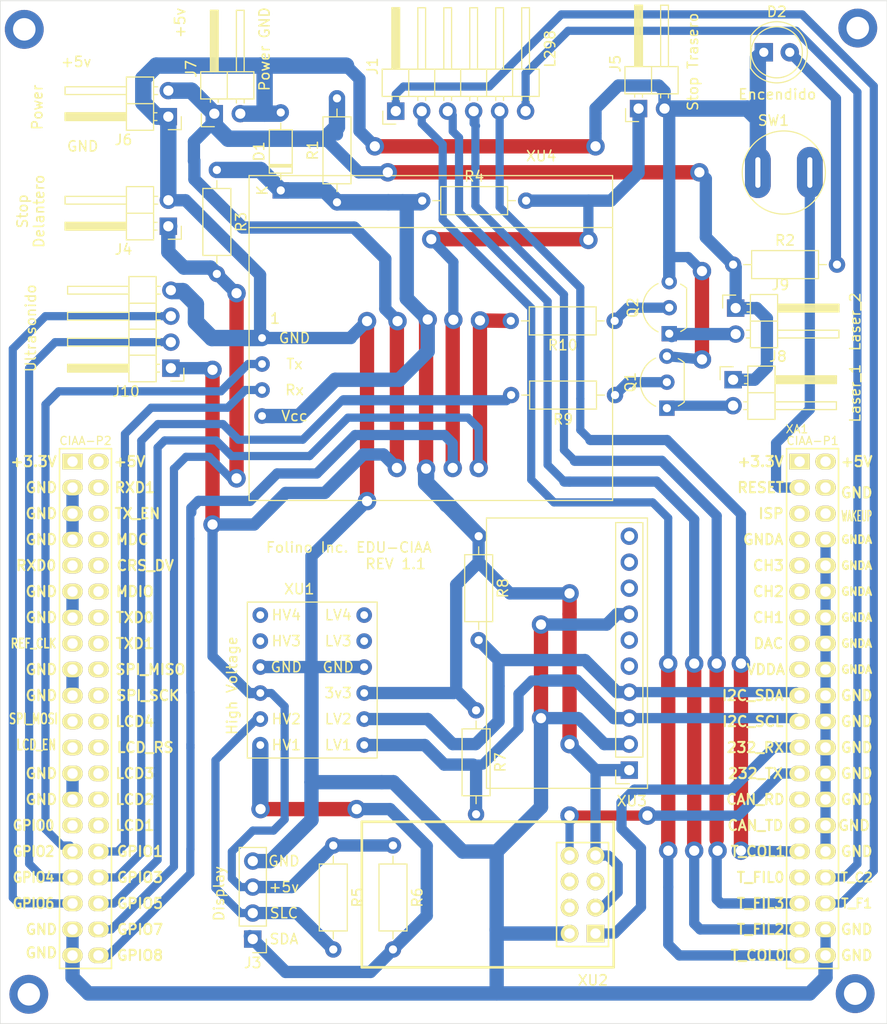
<source format=kicad_pcb>
(kicad_pcb (version 20211014) (generator pcbnew)
  (title_block (title "Robot_RL") (date "2021-05-17") (rev "1.1") (company "UTN-FRBA") (comment 1 "Autor: Ing. Pablo D. Folino"))
  (layers (0 "F.Cu" signal) (31 "B.Cu" signal) (34 "B.Paste" user) (35 "F.Paste" user) (36 "B.SilkS" user "B.Silkscreen") (37 "F.SilkS" user "F.Silkscreen") (38 "B.Mask" user) (39 "F.Mask" user) (44 "Edge.Cuts" user))
  (net 0 "")
  (net 1 "GND")
  (net 2 "+3V3")
  (net 3 "Net-(D2-Pad2)")
  (net 4 "/L298_ENB")
  (net 5 "/L298_IN4")
  (net 6 "/L298_IN3")
  (net 7 "/L298_IN2")
  (net 8 "/L298_IN1")
  (net 9 "/L298_ENA")
  (net 10 "/SDA")
  (net 11 "/SCL")
  (net 12 "+5V")
  (net 13 "Net-(J3-Pad2)")
  (net 14 "Net-(J3-Pad1)")
  (net 15 "/FIN_1")
  (net 16 "/FIN_2")
  (net 17 "Net-(J8-Pad2)")
  (net 18 "Net-(J9-Pad2)")
  (net 19 "/GPS_RXD")
  (net 20 "/GPS_TXD")
  (net 21 "/ECHO")
  (net 22 "/TRIG")
  (net 23 "Net-(Q1-Pad2)")
  (net 24 "Net-(Q2-Pad2)")
  (net 25 "/LASER_1")
  (net 26 "/LASER_2")
  (net 27 "/ESP_RXD")
  (net 31 "/ESP_TXD")
  (net 56 "Net-(SW1-Pad2)")
  (net 76 "Net-(XA1-Pad10)")
  (net 78 "Net-(XA1-Pad43)")
  (net 79 "Net-(XA1-Pad65)")
  (net 80 "Net-(XA1-Pad57)")
  (net 81 "Net-(XA1-Pad51)")
  (footprint "Diode_THT:D_DO-35_SOD27_P7.62mm_Horizontal" (layer "F.Cu") (at 98.75 64 90)
    (fp_text reference "D1")
    (fp_text value "3v3")
  )
  (footprint "LED_THT:LED_D5.0mm" (layer "F.Cu") (at 146 50.5)
    (fp_text reference "D2")
    (fp_text value "Power")
  )
  (footprint "Connector_PinHeader_2.54mm:PinHeader_1x06_P2.54mm_Horizontal" (layer "F.Cu") (at 110 56.25 90)
    (fp_text reference "J1")
    (fp_text value "Driver L298" hide)
  )
  (footprint "CIAA:mpu_9250" (layer "F.Cu") (at 133.096 120.904 180)
    (fp_text reference "XU3")
    (fp_text value "MCU 9250")
  )
  (footprint "Connector_PinHeader_2.54mm:PinHeader_1x04_P2.54mm_Vertical" (layer "F.Cu") (at 96.012 137.16 180)
    (fp_text reference "J3")
    (fp_text value "Conn_01x04")
  )
  (footprint "Connector_PinHeader_2.54mm:PinHeader_1x02_P2.54mm_Horizontal" (layer "F.Cu") (at 87.75 67.5 180)
    (fp_text reference "J4")
    (fp_text value "Stop")
  )
  (footprint "Connector_PinHeader_2.54mm:PinHeader_1x02_P2.54mm_Horizontal" (layer "F.Cu") (at 133.75 56 90)
    (fp_text reference "J5")
    (fp_text value "Stop" hide)
  )
  (footprint "Connector_PinHeader_2.54mm:PinHeader_1x02_P2.54mm_Horizontal" (layer "F.Cu") (at 87.75 56.79 180)
    (fp_text reference "J6")
    (fp_text value "Power" hide)
  )
  (footprint "Connector_PinHeader_2.54mm:PinHeader_1x02_P2.54mm_Horizontal" (layer "F.Cu") (at 92.25 56.5 90)
    (fp_text reference "J7")
    (fp_text value "Power")
  )
  (footprint "Connector_PinHeader_2.54mm:PinHeader_1x02_P2.54mm_Horizontal" (layer "F.Cu") (at 143 82.5)
    (fp_text reference "J8")
    (fp_text value "Laser1")
  )
  (footprint "Connector_PinHeader_2.54mm:PinHeader_1x02_P2.54mm_Horizontal" (layer "F.Cu") (at 143.25 75.5)
    (fp_text reference "J9")
    (fp_text value "Lase2")
  )
  (footprint "RF_GPS:GPS_NEO_6" (layer "F.Cu") (at 133.75 75.25)
    (fp_text reference "XU4")
    (fp_text value "GPS NEO6" hide)
  )
  (footprint "Connector_PinHeader_2.54mm:PinHeader_1x04_P2.54mm_Horizontal" (layer "F.Cu") (at 88 81.37 180)
    (fp_text reference "J10")
    (fp_text value "Hc-SR04")
  )
  (footprint "Package_TO_SOT_THT:TO-92L_Inline_Wide" (layer "F.Cu") (at 136.52 85.28 90)
    (fp_text reference "Q1")
    (fp_text value "BC548")
  )
  (footprint "Package_TO_SOT_THT:TO-92L_Inline_Wide" (layer "F.Cu") (at 136.75 78 90)
    (fp_text reference "Q2")
    (fp_text value "BC548")
  )
  (footprint "Resistor_THT:R_Axial_DIN0207_L6.3mm_D2.5mm_P10.16mm_Horizontal" (layer "F.Cu") (at 104.25 65.16 90)
    (fp_text reference "R1")
    (fp_text value "8.2  1/2w")
  )
  (footprint "Resistor_THT:R_Axial_DIN0207_L6.3mm_D2.5mm_P10.16mm_Horizontal" (layer "F.Cu") (at 143 71.25)
    (fp_text reference "R2")
    (fp_text value "680")
  )
  (footprint "Resistor_THT:R_Axial_DIN0207_L6.3mm_D2.5mm_P10.16mm_Horizontal" (layer "F.Cu") (at 92.5 62 -90)
    (fp_text reference "R3")
    (fp_text value "10K")
  )
  (footprint "Resistor_THT:R_Axial_DIN0207_L6.3mm_D2.5mm_P10.16mm_Horizontal" (layer "F.Cu") (at 112.59 65)
    (fp_text reference "R4")
    (fp_text value "10K")
  )
  (footprint "Resistor_THT:R_Axial_DIN0207_L6.3mm_D2.5mm_P10.16mm_Horizontal" (layer "F.Cu") (at 103.886 128.016 -90)
    (fp_text reference "R5")
    (fp_text value "10K")
  )
  (footprint "Resistor_THT:R_Axial_DIN0207_L6.3mm_D2.5mm_P10.16mm_Horizontal" (layer "F.Cu") (at 109.728 128.016 -90)
    (fp_text reference "R6")
    (fp_text value "10K")
  )
  (footprint "Resistor_THT:R_Axial_DIN0207_L6.3mm_D2.5mm_P10.16mm_Horizontal" (layer "F.Cu") (at 117.856 114.808 -90)
    (fp_text reference "R7")
    (fp_text value "10K")
  )
  (footprint "Resistor_THT:R_Axial_DIN0207_L6.3mm_D2.5mm_P10.16mm_Horizontal" (layer "F.Cu") (at 118.11 97.79 -90)
    (fp_text reference "R8")
    (fp_text value "10K")
  )
  (footprint "Resistor_THT:R_Axial_DIN0207_L6.3mm_D2.5mm_P10.16mm_Horizontal" (layer "F.Cu") (at 131.445 84 180)
    (fp_text reference "R9")
    (fp_text value "10K")
  )
  (footprint "Resistor_THT:R_Axial_DIN0207_L6.3mm_D2.5mm_P10.16mm_Horizontal" (layer "F.Cu") (at 131.41 76.75 180)
    (fp_text reference "R10")
    (fp_text value "10K")
  )
  (footprint "ESP8266:ESP-01" (layer "F.Cu") (at 129.54 136.62 180)
    (fp_text reference "XU2")
    (fp_text value "ESP-01v090")
  )
  (footprint "CIAA:Conn_Poncho_SinBorde" (layer "F.Cu") (at 149.5 90.5)
    (fp_text reference "XA1")
    (fp_text value "Conn_Poncho2P_2x_20x2" hide)
  )
  (footprint "Converter_DCDC:Converter_DCDC_5v-3v3" (layer "F.Cu") (at 108.18 100.42)
    (fp_text reference "XU1")
    (fp_text value "DcDc_5v_3.3v")
  )
  (footprint "Button_Switch_THT:SW_Pulsador" (layer "F.Cu") (at 147.96 58.186)
    (fp_text reference "SW1")
    (fp_text value "Reset")
  )
  (footprint "MountingHole:MountingHole_2.2mm_M2_DIN965_Pad" (layer "F.Cu") (at 155.194 48.133)
    (fp_text reference "H1" hide)
    (fp_text value "3.2 mm" hide)
  )
  (footprint "MountingHole:MountingHole_2.2mm_M2_DIN965_Pad" (layer "F.Cu") (at 73.66 48.26)
    (fp_text reference "H2" hide)
    (fp_text value "3.2 mm" hide)
  )
  (footprint "MountingHole:MountingHole_2.2mm_M2_DIN965_Pad" (layer "F.Cu") (at 74.1045 142.5575)
    (fp_text reference "H4" hide)
    (fp_text value "3.2 mm" hide)
  )
  (footprint "MountingHole:MountingHole_2.2mm_M2_DIN965_Pad" (layer "F.Cu") (at 154.94 142.494)
    (fp_text reference "H3" hide)
    (fp_text value "3.2 mm" hide)
  )
  (gr_line (start 71.3105 145.415) (end 71.3105 45.466) (layer "Edge.Cuts") (width 0.05))
  (gr_line (start 158.0515 145.415) (end 71.3105 145.415) (layer "Edge.Cuts") (width 0.05))
  (gr_line (start 158.0515 45.466) (end 158.0515 145.415) (layer "Edge.Cuts") (width 0.05))
  (gr_line (start 71.3105 45.466) (end 158.0515 45.466) (layer "Edge.Cuts") (width 0.05))
  (gr_text "Laser_1" (at 154.94 83.82 90) (layer "F.SilkS") (effects (font (size 1 1))))
  (gr_text "Folino Inc. EDU-CIAA\n            REV 1.1" (at 105.41 99.695) (layer "F.SilkS") (effects (font (size 1 1))))
  (gr_text "+5v" (at 88.9 47.625 90) (layer "F.SilkS") (effects (font (size 1 1))))
  (gr_text "Display" (at 92.71 132.715 90) (layer "F.SilkS") (effects (font (size 1 1))))
  (gr_text "+5v" (at 99.06 132.08) (layer "F.SilkS") (effects (font (size 1 1))))
  (gr_text "Stop Trasero\n" (at 139.065 51.435 90) (layer "F.SilkS") (effects (font (size 1 1))))
  (gr_text "Ultrasonido" (at 74.295 77.47 90) (layer "F.SilkS") (effects (font (size 1 1))))
  (gr_text "High Voltage" (at 93.98 112.395 90) (layer "F.SilkS") (effects (font (size 1 1))))
  (gr_text "GND" (at 99.06 129.54) (layer "F.SilkS") (effects (font (size 1 1))))
  (gr_text "Power" (at 74.93 55.88 90) (layer "F.SilkS") (effects (font (size 1 1))))
  (gr_text "Stop\nDelantero\n" (at 74.295 66.04 90) (layer "F.SilkS") (effects (font (size 1 1))))
  (gr_text "Laser_2" (at 154.94 76.835 90) (layer "F.SilkS") (effects (font (size 1 1))))
  (gr_text "Encendido" (at 147.32 54.61) (layer "F.SilkS") (effects (font (size 1 1))))
  (gr_text "SDA" (at 99.06 137.16) (layer "F.SilkS") (effects (font (size 1 1))))
  (gr_text "+5v" (at 78.74 51.435) (layer "F.SilkS") (effects (font (size 1 1))))
  (gr_text "SLC" (at 99.06 134.62) (layer "F.SilkS") (effects (font (size 1 1))))
  (gr_text "GND" (at 97.155 47.625 90) (layer "F.SilkS") (effects (font (size 1 1))))
  (gr_text "Power" (at 97.155 52.07 90) (layer "F.SilkS") (effects (font (size 1 1))))
  (gr_text "L298" (at 125.095 50.165 90) (layer "F.SilkS") (effects (font (size 1 1))))
  (gr_text "GND" (at 79.375 59.69) (layer "F.SilkS") (effects (font (size 1 1))))
  (segment (start 129.54 59.69) (end 107.95 59.69) (width 1.4) (layer "F.Cu") (net 1))
  (segment (start 124.206 106.426) (end 124.206 115.57) (width 1.4) (layer "F.Cu") (net 1))
  (segment (start 107.188 76.7715) (end 107.188 94.361) (width 1.4) (layer "F.Cu") (net 1))
  (segment (start 139.954 80.518) (end 139.954 71.882) (width 1.4) (layer "F.Cu") (net 1))
  (via (at 124.206 106.426) (size 1.8) (drill 1) (layers "F.Cu" "B.Cu") (net 1))
  (via (at 107.188 76.7715) (size 1.8) (drill 1) (layers "F.Cu" "B.Cu") (net 1))
  (via (at 107.188 94.361) (size 1.8) (drill 1) (layers "F.Cu" "B.Cu") (net 1))
  (via (at 139.954 71.882) (size 1.8) (drill 1) (layers "F.Cu" "B.Cu") (net 1))
  (via (at 124.206 115.57) (size 1.8) (drill 1) (layers "F.Cu" "B.Cu") (net 1))
  (via (at 107.95 59.69) (size 1.8) (drill 1) (layers "F.Cu" "B.Cu") (net 1))
  (via (at 129.54 59.69) (size 1.8) (drill 1) (layers "F.Cu" "B.Cu") (net 1))
  (via (at 139.954 80.518) (size 1.8) (drill 1) (layers "F.Cu" "B.Cu") (net 1))
  (segment (start 107.061 76.962) (end 107.061 76.962) (width 1.2) (layer "B.Cu") (net 1))
  (segment (start 107.188 94.361) (end 107.1245 94.361) (width 1.2) (layer "B.Cu") (net 1))
  (segment (start 129.54 58.42) (end 129.54 58.42) (width 1.2) (layer "B.Cu") (net 1))
  (segment (start 107.95 59.69) (end 107.95 59.69) (width 1.2) (layer "B.Cu") (net 1))
  (segment (start 124.206 106.426) (end 124.206 106.426) (width 1.2) (layer "B.Cu") (net 1))
  (segment (start 124.206 115.57) (end 124.206 115.57) (width 1.2) (layer "B.Cu") (net 1))
  (segment (start 139.954 71.882) (end 139.954 71.882) (width 1) (layer "B.Cu") (net 1))
  (segment (start 139.954 80.518) (end 139.636 80.2) (width 1) (layer "B.Cu") (net 1))
  (segment (start 86.573999 51.799999) (end 85.299999 53.073999) (width 1.6) (layer "B.Cu") (net 1))
  (segment (start 94.79 56.5) (end 97.17 56.5) (width 1.6) (layer "B.Cu") (net 1))
  (segment (start 105.598 78.425) (end 105.598 78.3615) (width 1.2) (layer "B.Cu") (net 1))
  (segment (start 131.779999 53.749999) (end 129.54 55.989998) (width 1.2) (layer "B.Cu") (net 1))
  (segment (start 97.17 56.5) (end 98.63 56.5) (width 1.6) (layer "B.Cu") (net 1))
  (segment (start 96.012 129.54) (end 97.743021 129.54) (width 1.4) (layer "B.Cu") (net 1))
  (segment (start 119.87001 136.25301) (end 119.87001 142.47601) (width 1.4) (layer "B.Cu") (net 1))
  (segment (start 101.7535 110.58) (end 101.7535 99.732) (width 1.2) (layer "B.Cu") (net 1))
  (segment (start 89.430002 64.96) (end 96.724501 72.254499) (width 1.2) (layer "B.Cu") (net 1))
  (segment (start 88.089999 73.839999) (end 88 73.75) (width 1.6) (layer "B.Cu") (net 1))
  (segment (start 145.42 57.028) (end 145.42 51.08) (width 1.6) (layer "B.Cu") (net 1))
  (segment (start 89.176001 73.839999) (end 88.089999 73.839999) (width 1.6) (layer "B.Cu") (net 1))
  (segment (start 101.7535 99.732) (end 107.188 94.361) (width 1.2) (layer "B.Cu") (net 1))
  (segment (start 87.75 56.79) (end 87.75 64.96) (width 1.6) (layer "B.Cu") (net 1))
  (segment (start 97.17 56.5) (end 97.17 52.179998) (width 1.6) (layer "B.Cu") (net 1))
  (segment (start 101.7535 121.83) (end 101.7535 110.58) (width 1.4) (layer "B.Cu") (net 1))
  (segment (start 150.48599 142.47601) (end 152.04 140.922) (width 1.4) (layer "B.Cu") (net 1))
  (segment (start 92.014 78.425) (end 90.450001 76.861001) (width 1.6) (layer "B.Cu") (net 1))
  (segment (start 101.7535 110.58) (end 106.91 110.58) (width 1.2) (layer "B.Cu") (net 1))
  (segment (start 105.598 78.3615) (end 107.188 76.7715) (width 1.2) (layer "B.Cu") (net 1))
  (segment (start 124.206 124.2695) (end 119.87001 128.60549) (width 1.4) (layer "B.Cu") (net 1))
  (segment (start 96.724501 72.254499) (end 96.724501 78.229501) (width 1.2) (layer "B.Cu") (net 1))
  (segment (start 78.38 138.76) (end 78.38 140.922) (width 1.4) (layer "B.Cu") (net 1))
  (segment (start 78.38 136.22) (end 78.38 138.76) (width 1.2) (layer "B.Cu") (net 1))
  (segment (start 127 136.62) (end 120.237 136.62) (width 1.4) (layer "B.Cu") (net 1))
  (segment (start 136.29 54.319998) (end 135.720001 53.749999) (width 1.2) (layer "B.Cu") (net 1))
  (segment (start 135.720001 53.749999) (end 131.779999 53.749999) (width 1.2) (layer "B.Cu") (net 1))
  (segment (start 136.75 72.92) (end 136.75 70.514) (width 1.2) (layer "B.Cu") (net 1))
  (segment (start 132.842 105.41) (end 131.639919 105.41) (width 1.2) (layer "B.Cu") (net 1))
  (segment (start 98.63 56.5) (end 98.75 56.38) (width 1.6) (layer "B.Cu") (net 1))
  (segment (start 96.724501 78.229501) (end 96.92 78.425) (width 1.2) (layer "B.Cu") (net 1))
  (segment (start 101.7535 125.529521) (end 101.7535 121.83) (width 1.4) (layer "B.Cu") (net 1))
  (segment (start 138.586 70.514) (end 139.954 71.882) (width 1) (layer "B.Cu") (net 1))
  (segment (start 152.04 140.922) (end 152.04 138.76) (width 1.4) (layer "B.Cu") (net 1))
  (segment (start 119.87001 128.60549) (end 119.87001 136.25301) (width 1.4) (layer "B.Cu") (net 1))
  (segment (start 96.92 78.425) (end 105.598 78.425) (width 1.2) (layer "B.Cu") (net 1))
  (segment (start 136.75 70.514) (end 138.586 70.514) (width 1) (layer "B.Cu") (net 1))
  (segment (start 97.17 52.179998) (end 96.790001 51.799999) (width 1.6) (layer "B.Cu") (net 1))
  (segment (start 105.139999 51.799999) (end 106.45001 53.11001) (width 1.2) (layer "B.Cu") (net 1))
  (segment (start 90.450001 75.113999) (end 89.176001 73.839999) (width 1.6) (layer "B.Cu") (net 1))
  (segment (start 105.83237 110.58) (end 106.91 110.58) (width 1.2) (layer "B.Cu") (net 1))
  (segment (start 106.45001 53.11001) (end 106.45001 58.19001) (width 1.2) (layer "B.Cu") (net 1))
  (segment (start 127.864002 115.57) (end 130.404002 118.11) (width 1.2) (layer "B.Cu") (net 1))
  (segment (start 136.75 70.514) (end 136.75 56.46) (width 1.2) (layer "B.Cu") (net 1))
  (segment (start 129.54 58.42) (end 129.54 59.69) (width 1.2) (layer "B.Cu") (net 1))
  (segment (start 116.543354 128.60549) (end 109.767864 121.83) (width 1.4) (layer "B.Cu") (net 1))
  (segment (start 85.299999 53.073999) (end 85.299999 55.426001) (width 1.6) (layer "B.Cu") (net 1))
  (segment (start 86.663998 56.79) (end 87.75 56.79) (width 1.6) (layer "B.Cu") (net 1))
  (segment (start 119.87001 128.60549) (end 116.543354 128.60549) (width 1.4) (layer "B.Cu") (net 1))
  (segment (start 119.87001 142.47601) (end 150.48599 142.47601) (width 1.4) (layer "B.Cu") (net 1))
  (segment (start 120.237 136.62) (end 119.87001 136.25301) (width 1.4) (layer "B.Cu") (net 1))
  (segment (start 136.29 56) (end 136.29 54.319998) (width 1.2) (layer "B.Cu") (net 1))
  (segment (start 144.392 56) (end 145.42 57.028) (width 1.6) (layer "B.Cu") (net 1))
  (segment (start 136.75 56.46) (end 136.29 56) (width 1.2) (layer "B.Cu") (net 1))
  (segment (start 87.75 64.96) (end 89.430002 64.96) (width 1.2) (layer "B.Cu") (net 1))
  (segment (start 90.450001 76.861001) (end 90.450001 75.113999) (width 1.6) (layer "B.Cu") (net 1))
  (segment (start 152.04 138.76) (end 152.04 136.22) (width 1) (layer "B.Cu") (net 1))
  (segment (start 109.767864 121.83) (end 108.622 121.83) (width 1.4) (layer "B.Cu") (net 1))
  (segment (start 106.45001 58.19001) (end 107.95 59.69) (width 1.2) (layer "B.Cu") (net 1))
  (segment (start 129.54 55.989998) (end 129.54 58.42) (width 1.2) (layer "B.Cu") (net 1))
  (segment (start 145.42 51.08) (end 146 50.5) (width 1.6) (layer "B.Cu") (net 1))
  (segment (start 97.0915 78.2535) (end 96.92 78.425) (width 1.4) (layer "B.Cu") (net 1))
  (segment (start 145.42 62.25) (end 145.42 57.028) (width 1.6) (layer "B.Cu") (net 1))
  (segment (start 130.623919 106.426) (end 124.206 106.426) (width 1.2) (layer "B.Cu") (net 1))
  (segment (start 136.29 56) (end 144.392 56) (width 1.6) (layer "B.Cu") (net 1))
  (segment (start 92.130001 51.799999) (end 96.790001 51.799999) (width 1.6) (layer "B.Cu") (net 1))
  (segment (start 124.206 115.57) (end 124.206 124.2695) (width 1.4) (layer "B.Cu") (net 1))
  (segment (start 136.52 80.2) (end 139.954 80.518) (width 1) (layer "B.Cu") (net 1))
  (segment (start 85.299999 55.426001) (end 86.663998 56.79) (width 1.6) (layer "B.Cu") (net 1))
  (segment (start 96.790001 51.799999) (end 105.139999 51.799999) (width 1.6) (layer "B.Cu") (net 1))
  (segment (start 92.130001 51.799999) (end 86.573999 51.799999) (width 1.6) (layer "B.Cu") (net 1))
  (segment (start 130.404002 118.11) (end 132.842 118.11) (width 1.2) (layer "B.Cu") (net 1))
  (segment (start 131.639919 105.41) (end 130.623919 106.426) (width 1.2) (layer "B.Cu") (net 1))
  (segment (start 101.7535 121.83) (end 108.622 121.83) (width 1.4) (layer "B.Cu") (net 1))
  (segment (start 96.92 78.425) (end 92.014 78.425) (width 1.6) (layer "B.Cu") (net 1))
  (segment (start 79.93401 142.47601) (end 119.87001 142.47601) (width 1.4) (layer "B.Cu") (net 1))
  (segment (start 96.75 110.58) (end 101.7535 110.58) (width 1.2) (layer "B.Cu") (net 1))
  (segment (start 97.743021 129.54) (end 101.7535 125.529521) (width 1.4) (layer "B.Cu") (net 1))
  (segment (start 124.206 115.57) (end 127.864002 115.57) (width 1.2) (layer "B.Cu") (net 1))
  (segment (start 78.38 140.922) (end 79.93401 142.47601) (width 1.4) (layer "B.Cu") (net 1))
  (segment (start 112.9665 91.186) (end 112.9665 76.7715) (width 1.4) (layer "F.Cu") (net 2))
  (segment (start 112.9665 76.7715) (end 113.12525 76.61275) (width 1.2) (layer "F.Cu") (net 2))
  (segment (start 127 105.41) (end 127 103.378) (width 1.4) (layer "F.Cu") (net 2))
  (segment (start 127 118.11) (end 127 105.41) (width 1.4) (layer "F.Cu") (net 2))
  (via (at 113.12525 76.61275) (size 1.8) (drill 1) (layers "F.Cu" "B.Cu") (net 2))
  (via (at 127 118.11) (size 1.8) (drill 1) (layers "F.Cu" "B.Cu") (net 2))
  (via (at 112.9665 91.186) (size 1.8) (drill 1) (layers "F.Cu" "B.Cu") (net 2))
  (via (at 127 103.378) (size 1.8) (drill 1) (layers "F.Cu" "B.Cu") (net 2))
  (segment (start 113.12525 76.61275) (end 112.9665 76.454) (width 1.6) (layer "B.Cu") (net 2))
  (segment (start 127 118.11) (end 127 118.11) (width 1.2) (layer "B.Cu") (net 2))
  (segment (start 114.9985 94.615) (end 114.9985 94.6785) (width 1.6) (layer "B.Cu") (net 2))
  (segment (start 109.2745 65.16) (end 110.6715 65.16) (width 1.6) (layer "B.Cu") (net 2))
  (segment (start 112.43 65.16) (end 112.59 65) (width 1.6) (layer "B.Cu") (net 2))
  (segment (start 115.909999 112.861999) (end 117.856 114.808) (width 1.2) (layer "B.Cu") (net 2))
  (segment (start 118.11 97.79) (end 114.9985 94.615) (width 1.6) (layer "B.Cu") (net 2))
  (segment (start 110.345648 82.503852) (end 113.12525 79.72425) (width 1.4) (layer "B.Cu") (net 2))
  (segment (start 131.703601 129.942287) (end 130.761314 129) (width 1) (layer "B.Cu") (net 2))
  (segment (start 129.54 120.65) (end 127 118.11) (width 1.2) (layer "B.Cu") (net 2))
  (segment (start 115.909999 102.530001) (end 115.909999 112.861999) (width 1.2) (layer "B.Cu") (net 2))
  (segment (start 112.9665 92.583) (end 112.9665 91.186) (width 1.6) (layer "B.Cu") (net 2))
  (segment (start 104.25 65.16) (end 109.2745 65.16) (width 1.6) (layer "B.Cu") (net 2))
  (segment (start 103.09 64) (end 104.25 65.16) (width 1.6) (layer "B.Cu") (net 2))
  (segment (start 129.54 129) (end 129.54 120.65) (width 1) (layer "B.Cu") (net 2))
  (segment (start 92.5 62) (end 96.75 62) (width 1.6) (layer "B.Cu") (net 2))
  (segment (start 113.133499 76.620999) (end 113.12525 76.61275) (width 1.6) (layer "B.Cu") (net 2))
  (segment (start 106.91 113.12) (end 115.651998 113.12) (width 1.2) (layer "B.Cu") (net 2))
  (segment (start 114.9985 94.615) (end 112.9665 92.583) (width 1.6) (layer "B.Cu") (net 2))
  (segment (start 104.073569 82.503852) (end 110.345648 82.503852) (width 1.4) (layer "B.Cu") (net 2))
  (segment (start 118.11 97.79) (end 118.11 100.33) (width 1.2) (layer "B.Cu") (net 2))
  (segment (start 130.20213 134.08) (end 131.703601 132.578529) (width 1) (layer "B.Cu") (net 2))
  (segment (start 113.12525 76.61275) (end 111.074499 74.561999) (width 1.4) (layer "B.Cu") (net 2))
  (segment (start 130.761314 129) (end 129.54 129) (width 1) (layer "B.Cu") (net 2))
  (segment (start 96.75 62) (end 98.75 64) (width 1.6) (layer "B.Cu") (net 2))
  (segment (start 111.074499 65.562999) (end 110.6715 65.16) (width 1.4) (layer "B.Cu") (net 2))
  (segment (start 96.92 86.045) (end 100.532423 86.045) (width 1.4) (layer "B.Cu") (net 2))
  (segment (start 132.842 120.65) (end 129.54 120.65) (width 1.2) (layer "B.Cu") (net 2))
  (segment (start 98.75 64) (end 103.09 64) (width 1.6) (layer "B.Cu") (net 2))
  (segment (start 115.651998 113.12) (end 115.909999 112.861999) (width 1.2) (layer "B.Cu") (net 2))
  (segment (start 121.158 103.378) (end 118.11 100.33) (width 1.2) (layer "B.Cu") (net 2))
  (segment (start 110.6715 65.16) (end 112.43 65.16) (width 1.6) (layer "B.Cu") (net 2))
  (segment (start 127 103.378) (end 121.158 103.378) (width 1.2) (layer "B.Cu") (net 2))
  (segment (start 113.12525 79.72425) (end 113.12525 76.61275) (width 1.4) (layer "B.Cu") (net 2))
  (segment (start 131.703601 132.578529) (end 131.703601 129.942287) (width 1) (layer "B.Cu") (net 2))
  (segment (start 129.54 134.08) (end 130.20213 134.08) (width 1) (layer "B.Cu") (net 2))
  (segment (start 118.11 100.33) (end 115.909999 102.530001) (width 1.2) (layer "B.Cu") (net 2))
  (segment (start 100.532423 86.045) (end 104.073569 82.503852) (width 1.4) (layer "B.Cu") (net 2))
  (segment (start 111.074499 74.561999) (end 111.074499 65.562999) (width 1.4) (layer "B.Cu") (net 2))
  (segment (start 153.06201 71.15201) (end 153.16 71.25) (width 1) (layer "B.Cu") (net 3))
  (segment (start 153.06201 55.02201) (end 153.06201 71.15201) (width 1) (layer "B.Cu") (net 3))
  (segment (start 148.54 50.5) (end 153.06201 55.02201) (width 1) (layer "B.Cu") (net 3))
  (segment (start 126.860001 48.399999) (end 122.7 52.56) (width 0.8) (layer "B.Cu") (net 4))
  (segment (start 155.160001 129.819999) (end 155.160001 54.389999) (width 0.8) (layer "B.Cu") (net 4))
  (segment (start 122.7 52.56) (end 122.7 56.25) (width 0.8) (layer "B.Cu") (net 4))
  (segment (start 153.84 131.14) (end 155.160001 129.819999) (width 0.8) (layer "B.Cu") (net 4))
  (segment (start 149.170001 48.399999) (end 155.160001 54.389999) (width 0.8) (layer "B.Cu") (net 4))
  (segment (start 126.860001 48.399999) (end 149.170001 48.399999) (width 0.8) (layer "B.Cu") (net 4))
  (segment (start 152.04 131.14) (end 153.84 131.14) (width 0.8) (layer "B.Cu") (net 4))
  (segment (start 143.764 128.524) (end 143.764 110.236) (width 1.4) (layer "F.Cu") (net 5))
  (via (at 143.764 128.524) (size 1.8) (drill 1) (layers "F.Cu" "B.Cu") (net 5))
  (via (at 143.764 110.236) (size 1.8) (drill 1) (layers "F.Cu" "B.Cu") (net 5))
  (via (at 143.764 110.236) (size 1.8) (drill 1) (layers "F.Cu" "B.Cu") (net 5))
  (segment (start 143.764 110.236) (end 143.764 110.236) (width 1) (layer "B.Cu") (net 5))
  (segment (start 143.764 110.236) (end 143.764 110.236) (width 1) (layer "B.Cu") (net 5))
  (segment (start 143.764 128.524) (end 143.84 128.6) (width 1) (layer "B.Cu") (net 5))
  (segment (start 143.764 95.628628) (end 143.764 110.236) (width 1) (layer "B.Cu") (net 5))
  (segment (start 128.050031 73.509766) (end 128.050031 84.362031) (width 0.8) (layer "B.Cu") (net 5))
  (segment (start 120.16 65.619736) (end 122.892236 68.351972) (width 0.8) (layer "B.Cu") (net 5))
  (segment (start 122.892236 68.351972) (end 128.050031 73.509766) (width 0.8) (layer "B.Cu") (net 5))
  (segment (start 136.527372 88.392) (end 143.764 95.628628) (width 1) (layer "B.Cu") (net 5))
  (segment (start 128.050031 87.410031) (end 129.032 88.392) (width 0.8) (layer "B.Cu") (net 5))
  (segment (start 120.16 56.25) (end 120.16 65.619736) (width 0.8) (layer "B.Cu") (net 5))
  (segment (start 129.032 88.392) (end 136.527372 88.392) (width 1) (layer "B.Cu") (net 5))
  (segment (start 149.5 128.6) (end 143.764 128.524) (width 1) (layer "B.Cu") (net 5))
  (segment (start 128.050031 84.362031) (end 128.050031 87.410031) (width 0.8) (layer "B.Cu") (net 5))
  (segment (start 141.392001 110.236) (end 141.392001 127.467999) (width 1.4) (layer "F.Cu") (net 6))
  (segment (start 141.392001 127.467999) (end 141.392001 128.524) (width 1) (layer "F.Cu") (net 6))
  (via (at 141.392001 110.236) (size 1.8) (drill 1) (layers "F.Cu" "B.Cu") (net 6))
  (via (at 141.478 128.524) (size 1.8) (drill 1) (layers "F.Cu" "B.Cu") (net 6))
  (segment (start 141.392001 110.236) (end 141.392001 110.236) (width 1) (layer "B.Cu") (net 6))
  (segment (start 141.392001 109.179999) (end 141.392001 110.236) (width 1) (layer "B.Cu") (net 6))
  (segment (start 127.508 90.424) (end 126.450021 89.366021) (width 0.8) (layer "B.Cu") (net 6))
  (segment (start 117.790021 56.420021) (end 117.62 56.25) (width 0.8) (layer "B.Cu") (net 6))
  (segment (start 127.508 90.424) (end 136.013774 90.424) (width 1) (layer "B.Cu") (net 6))
  (segment (start 149.5 133.68) (end 141.808 133.68) (width 1) (layer "B.Cu") (net 6))
  (segment (start 141.392001 133.264001) (end 141.392001 128.524) (width 1) (layer "B.Cu") (net 6))
  (segment (start 117.856 56.486) (end 117.62 56.25) (width 0.8) (layer "B.Cu") (net 6))
  (segment (start 141.392001 95.802227) (end 141.392001 109.179999) (width 1) (layer "B.Cu") (net 6))
  (segment (start 117.62 57.452081) (end 117.856 57.688081) (width 0.8) (layer "B.Cu") (net 6))
  (segment (start 141.808 133.68) (end 141.392001 133.264001) (width 1) (layer "B.Cu") (net 6))
  (segment (start 117.790021 65.512511) (end 117.790021 56.420021) (width 0.8) (layer "B.Cu") (net 6))
  (segment (start 117.62 56.25) (end 117.62 57.452081) (width 0.8) (layer "B.Cu") (net 6))
  (segment (start 126.450021 89.366021) (end 126.450021 74.172511) (width 0.8) (layer "B.Cu") (net 6))
  (segment (start 126.450021 74.172511) (end 117.790021 65.512511) (width 0.8) (layer "B.Cu") (net 6))
  (segment (start 136.013774 90.424) (end 141.392001 95.802227) (width 1) (layer "B.Cu") (net 6))
  (segment (start 139.192 110.236) (end 139.192 128.524) (width 1.4) (layer "F.Cu") (net 7))
  (via (at 139.192 110.236) (size 1.8) (drill 1) (layers "F.Cu" "B.Cu") (net 7))
  (via (at 139.192 128.524) (size 1.8) (drill 1) (layers "F.Cu" "B.Cu") (net 7))
  (segment (start 139.192 128.524) (end 139.192 128.524) (width 1) (layer "B.Cu") (net 7))
  (segment (start 139.192 110.236) (end 139.192 110.236) (width 1) (layer "B.Cu") (net 7))
  (segment (start 135.500177 92.456) (end 136.82801 93.783834) (width 1) (layer "B.Cu") (net 7))
  (segment (start 115.178 56.25) (end 115.08 56.25) (width 0.8) (layer "B.Cu") (net 7))
  (segment (start 127 92.456) (end 135.500177 92.456) (width 1) (layer "B.Cu") (net 7))
  (segment (start 149.5 136.22) (end 139.776 136.22) (width 1) (layer "B.Cu") (net 7))
  (segment (start 136.82801 93.783834) (end 139.192 96.147824) (width 1) (layer "B.Cu") (net 7))
  (segment (start 115.569999 58.219325) (end 115.569999 56.641999) (width 0.8) (layer "B.Cu") (net 7))
  (segment (start 115.569999 56.641999) (end 115.178 56.25) (width 0.8) (layer "B.Cu") (net 7))
  (segment (start 116.190011 66.175256) (end 116.190011 58.839337) (width 0.8) (layer "B.Cu") (net 7))
  (segment (start 116.190011 58.839337) (end 115.569999 58.219325) (width 0.8) (layer "B.Cu") (net 7))
  (segment (start 124.850011 90.814011) (end 124.850011 74.835256) (width 0.8) (layer "B.Cu") (net 7))
  (segment (start 124.850011 74.835256) (end 116.190011 66.175256) (width 0.8) (layer "B.Cu") (net 7))
  (segment (start 139.776 136.22) (end 139.192 135.636) (width 1) (layer "B.Cu") (net 7))
  (segment (start 139.192 96.147824) (end 139.192 110.236) (width 1) (layer "B.Cu") (net 7))
  (segment (start 139.192 135.636) (end 139.192 128.524) (width 1) (layer "B.Cu") (net 7))
  (segment (start 126.492 92.456) (end 124.850011 90.814011) (width 0.8) (layer "B.Cu") (net 7))
  (segment (start 126.492 92.456) (end 127 92.456) (width 1) (layer "B.Cu") (net 7))
  (segment (start 136.652 128.524) (end 136.652 110.236) (width 1.4) (layer "F.Cu") (net 8))
  (via (at 136.652 128.524) (size 1.8) (drill 1) (layers "F.Cu" "B.Cu") (net 8))
  (via (at 136.652 110.236) (size 1.8) (drill 1) (layers "F.Cu" "B.Cu") (net 8))
  (segment (start 136.652 110.236) (end 136.652 110.236) (width 0.8) (layer "B.Cu") (net 8))
  (segment (start 136.652 128.524) (end 136.652 128.524) (width 1) (layer "B.Cu") (net 8))
  (segment (start 114.590003 59.502084) (end 112.54 57.452081) (width 0.8) (layer "B.Cu") (net 8))
  (segment (start 123.250001 92.262001) (end 123.250001 75.498001) (width 0.8) (layer "B.Cu") (net 8))
  (segment (start 136.652 132.08) (end 136.652 128.524) (width 1) (layer "B.Cu") (net 8))
  (segment (start 136.652 96.012) (end 135.128 94.488) (width 0.8) (layer "B.Cu") (net 8))
  (segment (start 114.590003 66.838002) (end 114.590003 59.502084) (width 0.8) (layer "B.Cu") (net 8))
  (segment (start 149.5 138.76) (end 137.744 138.76) (width 1) (layer "B.Cu") (net 8))
  (segment (start 136.652 137.668) (end 136.652 132.08) (width 1) (layer "B.Cu") (net 8))
  (segment (start 135.128 94.488) (end 125.476 94.488) (width 0.8) (layer "B.Cu") (net 8))
  (segment (start 123.250001 75.498001) (end 114.590003 66.838002) (width 0.8) (layer "B.Cu") (net 8))
  (segment (start 112.54 57.452081) (end 112.54 56.25) (width 0.8) (layer "B.Cu") (net 8))
  (segment (start 137.744 138.76) (end 136.652 137.668) (width 1) (layer "B.Cu") (net 8))
  (segment (start 125.476 94.488) (end 123.250001 92.262001) (width 0.8) (layer "B.Cu") (net 8))
  (segment (start 136.652 110.236) (end 136.652 96.012) (width 0.8) (layer "B.Cu") (net 8))
  (segment (start 110 54.6) (end 110.752 53.848) (width 0.8) (layer "B.Cu") (net 9))
  (segment (start 149.754011 46.799989) (end 156.760011 53.805989) (width 0.8) (layer "B.Cu") (net 9))
  (segment (start 110.752 53.848) (end 119.149245 53.848) (width 0.8) (layer "B.Cu") (net 9))
  (segment (start 153.562755 133.68) (end 152.04 133.68) (width 0.8) (layer "B.Cu") (net 9))
  (segment (start 110 56.25) (end 110 54.6) (width 0.8) (layer "B.Cu") (net 9))
  (segment (start 119.149245 53.848) (end 126.197256 46.799989) (width 0.8) (layer "B.Cu") (net 9))
  (segment (start 126.197256 46.799989) (end 149.754011 46.799989) (width 0.8) (layer "B.Cu") (net 9))
  (segment (start 156.760011 130.482744) (end 153.562755 133.68) (width 0.8) (layer "B.Cu") (net 9))
  (segment (start 156.760011 53.805989) (end 156.760011 130.482744) (width 0.8) (layer "B.Cu") (net 9))
  (segment (start 132.842 113.03) (end 149.17 113.03) (width 1) (layer "B.Cu") (net 10))
  (segment (start 120.056001 115.864001) (end 120.056001 112.436001) (width 1.2) (layer "B.Cu") (net 10))
  (segment (start 132.842 113.03) (end 131.639919 113.03) (width 1.2) (layer "B.Cu") (net 10))
  (segment (start 106.91 115.66) (end 113.12 115.66) (width 1.2) (layer "B.Cu") (net 10))
  (segment (start 120.056001 109.896001) (end 118.11 107.95) (width 1.2) (layer "B.Cu") (net 10))
  (segment (start 149.17 113.03) (end 149.5 113.36) (width 1) (layer "B.Cu") (net 10))
  (segment (start 131.639919 113.03) (end 128.50592 109.896001) (width 1.2) (layer "B.Cu") (net 10))
  (segment (start 117.810002 118.11) (end 120.056001 115.864001) (width 1.2) (layer "B.Cu") (net 10))
  (segment (start 120.056001 112.436001) (end 120.056001 109.896001) (width 1.2) (layer "B.Cu") (net 10))
  (segment (start 113.12 115.66) (end 115.57 118.11) (width 1.2) (layer "B.Cu") (net 10))
  (segment (start 128.50592 109.896001) (end 120.056001 109.896001) (width 1.2) (layer "B.Cu") (net 10))
  (segment (start 115.57 118.11) (end 117.810002 118.11) (width 1.2) (layer "B.Cu") (net 10))
  (segment (start 131.351479 115.57) (end 127.67749 111.896011) (width 1.2) (layer "B.Cu") (net 11))
  (segment (start 127.67749 111.896011) (end 124.323989 111.896011) (width 1.2) (layer "B.Cu") (net 11))
  (segment (start 118.49701 120.11001) (end 122.005999 116.601021) (width 1) (layer "B.Cu") (net 11))
  (segment (start 132.842 115.57) (end 149.17 115.57) (width 1) (layer "B.Cu") (net 11))
  (segment (start 123.307989 111.896011) (end 124.323989 111.896011) (width 1) (layer "B.Cu") (net 11))
  (segment (start 132.842 115.57) (end 131.351479 115.57) (width 1.2) (layer "B.Cu") (net 11))
  (segment (start 122.005999 113.198001) (end 123.307989 111.896011) (width 1) (layer "B.Cu") (net 11))
  (segment (start 122.005999 116.601021) (end 122.005999 113.198001) (width 1) (layer "B.Cu") (net 11))
  (segment (start 114.741569 120.11001) (end 117.57001 120.11001) (width 1.2) (layer "B.Cu") (net 11))
  (segment (start 117.57001 120.11001) (end 118.49701 120.11001) (width 1) (layer "B.Cu") (net 11))
  (segment (start 117.856 124.968) (end 117.856 120.396) (width 1.2) (layer "B.Cu") (net 11))
  (segment (start 106.91 118.2) (end 112.83156 118.2) (width 1.2) (layer "B.Cu") (net 11))
  (segment (start 112.83156 118.2) (end 114.741569 120.11001) (width 1.2) (layer "B.Cu") (net 11))
  (segment (start 149.17 115.57) (end 149.5 115.9) (width 1) (layer "B.Cu") (net 11))
  (segment (start 110.109 91.1225) (end 110.109 76.835) (width 1.4) (layer "F.Cu") (net 12))
  (segment (start 112.103998 62.23) (end 109.22 62.23) (width 1.4) (layer "F.Cu") (net 12))
  (segment (start 92.075 81.534) (end 92.075 96.647) (width 1.4) (layer "F.Cu") (net 12))
  (segment (start 139.7 62.23) (end 112.103998 62.23) (width 1.4) (layer "F.Cu") (net 12))
  (segment (start 110.109 76.835) (end 110.1725 76.7715) (width 1.2) (layer "F.Cu") (net 12))
  (via (at 110.109 91.1225) (size 1.8) (drill 1) (layers "F.Cu" "B.Cu") (net 12))
  (via (at 92.075 96.647) (size 1.8) (drill 1) (layers "F.Cu" "B.Cu") (net 12))
  (via (at 92.075 81.534) (size 1.8) (drill 1) (layers "F.Cu" "B.Cu") (net 12))
  (via (at 139.7 62.23) (size 1.8) (drill 1) (layers "F.Cu" "B.Cu") (net 12))
  (via (at 109.22 62.23) (size 1.8) (drill 1) (layers "F.Cu" "B.Cu") (net 12))
  (via (at 110.1725 76.7715) (size 1.8) (drill 1) (layers "F.Cu" "B.Cu") (net 12))
  (segment (start 92.25 56.5) (end 92.25 57.586002) (width 1.6) (layer "B.Cu") (net 12))
  (segment (start 94.809919 132.08) (end 93.961999 131.23208) (width 0.8) (layer "B.Cu") (net 12))
  (segment (start 87.75 54.25) (end 90 54.25) (width 1.6) (layer "B.Cu") (net 12))
  (segment (start 103.886 128.016) (end 109.728 128.016) (width 1.2) (layer "B.Cu") (net 12))
  (segment (start 99.228759 93.560038) (end 103.058353 93.560038) (width 1.2) (layer "B.Cu") (net 12))
  (segment (start 105.918 67.6275) (end 108.974489 70.683989) (width 1.2) (layer "B.Cu") (net 12))
  (segment (start 143.25 75.5) (end 145.3 75.5) (width 1.2) (layer "B.Cu") (net 12))
  (segment (start 140.33 62.86) (end 139.7 62.23) (width 1.2) (layer "B.Cu") (net 12))
  (segment (start 109.22 62.23) (end 106.381998 62.23) (width 1.2) (layer "B.Cu") (net 12))
  (segment (start 108.974489 75.573489) (end 110.1725 76.7715) (width 1.2) (layer "B.Cu") (net 12))
  (segment (start 104.25 57.802) (end 104.25 55) (width 1.6) (layer "B.Cu") (net 12))
  (segment (start 99.128001 125.468001) (end 99.128001 114.420371) (width 0.8) (layer "B.Cu") (net 12))
  (segment (start 92.075 109.52263) (end 92.075 96.647) (width 1) (layer "B.Cu") (net 12))
  (segment (start 146.304 76.504) (end 146.304 81.28) (width 1.2) (layer "B.Cu") (net 12))
  (segment (start 96.012 132.08) (end 99.822 132.08) (width 1.2) (layer "B.Cu") (net 12))
  (segment (start 98.036001 126.560001) (end 99.128001 125.468001) (width 0.8) (layer "B.Cu") (net 12))
  (segment (start 92.25 57.586002) (end 91.892998 57.586002) (width 1.2) (layer "B.Cu") (net 12))
  (segment (start 93.961999 128.618001) (end 96.019999 126.560001) (width 0.8) (layer "B.Cu") (net 12))
  (segment (start 88 81.37) (end 91.911 81.37) (width 1.2) (layer "B.Cu") (net 12))
  (segment (start 104.25 57.802) (end 104.25 58.53) (width 1.2) (layer "B.Cu") (net 12))
  (segment (start 87.75 54.25) (end 87.778 54.25) (width 1.6) (layer "B.Cu") (net 12))
  (segment (start 90.29999 61.088727) (end 90.29999 62.911273) (width 1.2) (layer "B.Cu") (net 12))
  (segment (start 96.141797 96.647) (end 99.228759 93.560038) (width 1.2) (layer "B.Cu") (net 12))
  (segment (start 103.101999 58.950001) (end 104.25 57.802) (width 1.6) (layer "B.Cu") (net 12))
  (segment (start 92.075 96.647) (end 96.141797 96.647) (width 1.2) (layer "B.Cu") (net 12))
  (segment (start 106.814499 89.803892) (end 108.790392 89.803892) (width 1.2) (layer "B.Cu") (net 12))
  (segment (start 91.911 81.37) (end 92.075 81.534) (width 1.2) (layer "B.Cu") (net 12))
  (segment (start 93.961999 131.23208) (end 93.961999 128.618001) (width 0.8) (layer "B.Cu") (net 12))
  (segment (start 146.304 81.28) (end 145.084 82.5) (width 1.2) (layer "B.Cu") (net 12))
  (segment (start 90 54.25) (end 92.25 56.5) (width 1.6) (layer "B.Cu") (net 12))
  (segment (start 99.128001 114.420371) (end 97.82763 113.12) (width 0.8) (layer "B.Cu") (net 12))
  (segment (start 106.381998 62.23) (end 103.101999 58.950001) (width 1.2) (layer "B.Cu") (net 12))
  (segment (start 93.613999 58.950001) (end 103.101999 58.950001) (width 1.6) (layer "B.Cu") (net 12))
  (segment (start 90.258433 61.130284) (end 90.29999 61.088727) (width 1.2) (layer "B.Cu") (net 12))
  (segment (start 108.974489 70.683989) (end 108.974489 75.573489) (width 1.2) (layer "B.Cu") (net 12))
  (segment (start 95.016217 67.6275) (end 105.918 67.6275) (width 1.2) (layer "B.Cu") (net 12))
  (segment (start 143.25 75.5) (end 143.25 71.5) (width 1.2) (layer "B.Cu") (net 12))
  (segment (start 103.058353 93.560038) (end 106.814499 89.803892) (width 1.2) (layer "B.Cu") (net 12))
  (segment (start 95.67237 113.12) (end 92.075 109.52263) (width 1) (layer "B.Cu") (net 12))
  (segment (start 90.29999 62.911273) (end 95.016217 67.6275) (width 1.2) (layer "B.Cu") (net 12))
  (segment (start 96.019999 126.560001) (end 98.036001 126.560001) (width 0.8) (layer "B.Cu") (net 12))
  (segment (start 145.084 82.5) (end 143 82.5) (width 1.2) (layer "B.Cu") (net 12))
  (segment (start 97.82763 113.12) (end 96.75 113.12) (width 0.8) (layer "B.Cu") (net 12))
  (segment (start 96.012 132.08) (end 94.809919 132.08) (width 0.8) (layer "B.Cu") (net 12))
  (segment (start 143 71.25) (end 140.33 68.58) (width 1.2) (layer "B.Cu") (net 12))
  (segment (start 108.790392 89.803892) (end 110.109 91.1225) (width 1.2) (layer "B.Cu") (net 12))
  (segment (start 145.3 75.5) (end 146.304 76.504) (width 1.2) (layer "B.Cu") (net 12))
  (segment (start 96.75 113.12) (end 95.67237 113.12) (width 1) (layer "B.Cu") (net 12))
  (segment (start 92.25 57.586002) (end 93.613999 58.950001) (width 1.6) (layer "B.Cu") (net 12))
  (segment (start 99.822 132.08) (end 103.886 128.016) (width 1.2) (layer "B.Cu") (net 12))
  (segment (start 91.892998 57.586002) (end 90.258433 59.220567) (width 1.2) (layer "B.Cu") (net 12))
  (segment (start 140.33 68.58) (end 140.33 62.86) (width 1.2) (layer "B.Cu") (net 12))
  (segment (start 90.258433 59.220567) (end 90.258433 61.130284) (width 1.2) (layer "B.Cu") (net 12))
  (segment (start 143.25 71.5) (end 143 71.25) (width 1.2) (layer "B.Cu") (net 12))
  (segment (start 96.012 134.62) (end 94.809919 134.62) (width 0.8) (layer "B.Cu") (net 13))
  (segment (start 94.809919 134.62) (end 92.361989 132.17207) (width 0.8) (layer "B.Cu") (net 13))
  (segment (start 100.33 134.62) (end 103.886 138.176) (width 1.2) (layer "B.Cu") (net 13))
  (segment (start 92.361989 119.684249) (end 96.386238 115.66) (width 0.8) (layer "B.Cu") (net 13))
  (segment (start 96.386238 115.66) (end 96.75 115.66) (width 0.8) (layer "B.Cu") (net 13))
  (segment (start 96.012 134.62) (end 100.33 134.62) (width 1.2) (layer "B.Cu") (net 13))
  (segment (start 92.361989 132.17207) (end 92.361989 119.684249) (width 0.8) (layer "B.Cu") (net 13))
  (segment (start 106.172 124.46) (end 96.774 124.46) (width 1.4) (layer "F.Cu") (net 14))
  (via (at 96.774 124.46) (size 1.8) (drill 1) (layers "F.Cu" "B.Cu") (net 14))
  (via (at 106.172 124.46) (size 1.8) (drill 1) (layers "F.Cu" "B.Cu") (net 14))
  (segment (start 106.172 124.46) (end 106.172 124.46) (width 1.2) (layer "B.Cu") (net 14))
  (segment (start 99.228001 140.376001) (end 107.527999 140.376001) (width 1.2) (layer "B.Cu") (net 14))
  (segment (start 96.75 124.436) (end 96.774 124.46) (width 1.6) (layer "B.Cu") (net 14))
  (segment (start 96.012 137.16) (end 95.722001 136.870001) (width 1.2) (layer "B.Cu") (net 14))
  (segment (start 113.03 128.061998) (end 109.428002 124.46) (width 1.2) (layer "B.Cu") (net 14))
  (segment (start 96.75 118.2) (end 96.75 124.436) (width 1.6) (layer "B.Cu") (net 14))
  (segment (start 109.428002 124.46) (end 106.172 124.46) (width 1.2) (layer "B.Cu") (net 14))
  (segment (start 107.527999 140.376001) (end 109.728 138.176) (width 1.2) (layer "B.Cu") (net 14))
  (segment (start 96.012 137.16) (end 99.228001 140.376001) (width 1.2) (layer "B.Cu") (net 14))
  (segment (start 113.03 134.874) (end 113.03 128.061998) (width 1.2) (layer "B.Cu") (net 14))
  (segment (start 109.728 138.176) (end 113.03 134.874) (width 1.2) (layer "B.Cu") (net 14))
  (segment (start 94.4245 92.1385) (end 94.4245 74.041) (width 1.4) (layer "F.Cu") (net 15))
  (via (at 94.4245 92.1385) (size 1.8) (drill 1) (layers "F.Cu" "B.Cu") (net 15))
  (via (at 94.4245 74.041) (size 1.8) (drill 1) (layers "F.Cu" "B.Cu") (net 15))
  (segment (start 94.4245 74.041) (end 94.381 74.041) (width 1.2) (layer "B.Cu") (net 15))
  (segment (start 93.853 92.1385) (end 94.4245 92.1385) (width 0.8) (layer "B.Cu") (net 15))
  (segment (start 89.480459 90.034041) (end 91.765512 90.034041) (width 0.8) (layer "B.Cu") (net 15))
  (segment (start 88.30253 130.082978) (end 88.30253 91.186) (width 0.8) (layer "B.Cu") (net 15))
  (segment (start 87.75 67.5) (end 87.75 70.021998) (width 1.4) (layer "B.Cu") (net 15))
  (segment (start 80.92 136.22) (end 82.165508 136.22) (width 0.8) (layer "B.Cu") (net 15))
  (segment (start 91.765512 90.051012) (end 93.853 92.1385) (width 0.8) (layer "B.Cu") (net 15))
  (segment (start 91.879989 71.539989) (end 92.5 72.16) (width 1.4) (layer "B.Cu") (net 15))
  (segment (start 94.381 74.041) (end 92.5 72.16) (width 1.2) (layer "B.Cu") (net 15))
  (segment (start 87.75 70.021998) (end 89.267991 71.539989) (width 1.4) (layer "B.Cu") (net 15))
  (segment (start 89.267991 71.539989) (end 91.879989 71.539989) (width 1.4) (layer "B.Cu") (net 15))
  (segment (start 82.165508 136.22) (end 88.30253 130.082978) (width 0.8) (layer "B.Cu") (net 15))
  (segment (start 87.75 67.5) (end 87.84 67.5) (width 1.6) (layer "B.Cu") (net 15))
  (segment (start 88.30253 91.186) (end 88.3285 91.186) (width 0.8) (layer "B.Cu") (net 15))
  (segment (start 91.765512 90.034041) (end 91.765512 90.051012) (width 0.8) (layer "B.Cu") (net 15))
  (segment (start 88.3285 91.186) (end 89.480459 90.034041) (width 0.8) (layer "B.Cu") (net 15))
  (segment (start 116.036999 76.6445) (end 116.036999 76.6445) (width 1) (layer "F.Cu") (net 16))
  (segment (start 115.57 76.708) (end 115.57 91.1225) (width 1.4) (layer "F.Cu") (net 16))
  (segment (start 115.6335 76.6445) (end 115.57 76.708) (width 1) (layer "F.Cu") (net 16))
  (segment (start 113.4745 68.7705) (end 128.778 68.7705) (width 1.4) (layer "F.Cu") (net 16))
  (segment (start 115.57 77.111499) (end 116.036999 76.6445) (width 1) (layer "F.Cu") (net 16))
  (segment (start 128.778 68.7705) (end 128.8415 68.834) (width 1) (layer "F.Cu") (net 16))
  (via (at 113.4745 68.7705) (size 1.8) (drill 1) (layers "F.Cu" "B.Cu") (net 16))
  (via (at 115.57 91.1225) (size 1.8) (drill 1) (layers "F.Cu" "B.Cu") (net 16))
  (via (at 115.6335 76.6445) (size 1.8) (drill 1) (layers "F.Cu" "B.Cu") (net 16))
  (via (at 128.8415 68.834) (size 1.8) (drill 1) (layers "F.Cu" "B.Cu") (net 16))
  (segment (start 115.57 91.1225) (end 115.57 91.1225) (width 1) (layer "B.Cu") (net 16))
  (segment (start 113.4745 68.7705) (end 113.411 68.7705) (width 1) (layer "B.Cu") (net 16))
  (segment (start 128.8415 65.024) (end 128.8655 65) (width 1) (layer "B.Cu") (net 16))
  (segment (start 90.700499 94.338501) (end 90.00254 95.03646) (width 1) (layer "B.Cu") (net 16))
  (segment (start 131.04 65) (end 133.75 62.29) (width 1.2) (layer "B.Cu") (net 16))
  (segment (start 115.6335 70.993) (end 113.4745 68.7705) (width 1) (layer "B.Cu") (net 16))
  (segment (start 89.90254 98.044) (end 89.90254 95.563458) (width 0.8) (layer "B.Cu") (net 16))
  (segment (start 102.271344 91.660028) (end 106.02749 87.903882) (width 1) (layer "B.Cu") (net 16))
  (segment (start 106.02749 87.903882) (end 114.764382 87.903882) (width 1) (layer "B.Cu") (net 16))
  (segment (start 89.90254 98.044) (end 89.916 98.044) (width 0.8) (layer "B.Cu") (net 16))
  (segment (start 128.8655 65) (end 131.04 65) (width 1.2) (layer "B.Cu") (net 16))
  (segment (start 82.828254 137.820008) (end 89.115131 131.533131) (width 0.8) (layer "B.Cu") (net 16))
  (segment (start 122.75 65) (end 128.8655 65) (width 1.2) (layer "B.Cu") (net 16))
  (segment (start 128.8415 68.834) (end 128.8415 65.024) (width 1) (layer "B.Cu") (net 16))
  (segment (start 90.700499 94.338501) (end 95.716999 94.338501) (width 1) (layer "B.Cu") (net 16))
  (segment (start 89.916 118.1735) (end 89.90254 118.16004) (width 0.8) (layer "B.Cu") (net 16))
  (segment (start 81.888262 138.76) (end 82.828254 137.820008) (width 0.8) (layer "B.Cu") (net 16))
  (segment (start 89.916 113.03) (end 89.90254 113.01654) (width 0.8) (layer "B.Cu") (net 16))
  (segment (start 89.90254 95.563458) (end 90.00254 95.463458) (width 0.8) (layer "B.Cu") (net 16))
  (segment (start 89.90254 113.01654) (end 89.90254 98.044) (width 0.8) (layer "B.Cu") (net 16))
  (segment (start 89.916 118.491) (end 89.916 113.03) (width 0.8) (layer "B.Cu") (net 16))
  (segment (start 89.902538 128.410462) (end 89.916 128.397) (width 0.8) (layer "B.Cu") (net 16))
  (segment (start 95.716999 94.338501) (end 98.395472 91.660028) (width 1) (layer "B.Cu") (net 16))
  (segment (start 80.92 138.76) (end 81.888262 138.76) (width 0.8) (layer "B.Cu") (net 16))
  (segment (start 89.115131 131.533131) (end 89.902538 130.745724) (width 0.8) (layer "B.Cu") (net 16))
  (segment (start 89.916 128.397) (end 89.916 118.491) (width 0.8) (layer "B.Cu") (net 16))
  (segment (start 89.916 118.491) (end 89.916 118.1735) (width 0.8) (layer "B.Cu") (net 16))
  (segment (start 115.57 88.7095) (end 115.57 91.1225) (width 1) (layer "B.Cu") (net 16))
  (segment (start 115.6335 76.6445) (end 115.6335 70.993) (width 1) (layer "B.Cu") (net 16))
  (segment (start 89.902538 130.745724) (end 89.902538 128.410462) (width 0.8) (layer "B.Cu") (net 16))
  (segment (start 90.00254 95.03646) (end 90.00254 95.463458) (width 1) (layer "B.Cu") (net 16))
  (segment (start 114.764382 87.903882) (end 115.57 88.7095) (width 1) (layer "B.Cu") (net 16))
  (segment (start 98.395472 91.660028) (end 102.271344 91.660028) (width 1) (layer "B.Cu") (net 16))
  (segment (start 133.75 62.29) (end 133.75 56) (width 1.2) (layer "B.Cu") (net 16))
  (segment (start 143 85.04) (end 137.096002 85.04) (width 1) (layer "B.Cu") (net 17))
  (segment (start 137.096002 85.04) (end 136.688001 85.448001) (width 1) (layer "B.Cu") (net 17))
  (segment (start 137.194002 78.04) (end 136.992001 78.242001) (width 1.2) (layer "B.Cu") (net 18))
  (segment (start 143.25 78.04) (end 137.194002 78.04) (width 1.2) (layer "B.Cu") (net 18))
  (segment (start 86.071979 85.234011) (end 93.555246 85.234011) (width 0.8) (layer "B.Cu") (net 19))
  (segment (start 96.63156 83.505) (end 96.92 83.505) (width 0.8) (layer "B.Cu") (net 19))
  (segment (start 83.5025 87.80349) (end 86.071979 85.234011) (width 0.8) (layer "B.Cu") (net 19))
  (segment (start 93.555246 85.234011) (end 95.284257 83.505) (width 0.8) (layer "B.Cu") (net 19))
  (segment (start 83.5025 127.889) (end 83.5025 87.80349) (width 0.8) (layer "B.Cu") (net 19))
  (segment (start 95.284257 83.505) (end 96.92 83.505) (width 0.8) (layer "B.Cu") (net 19))
  (segment (start 82.7915 128.6) (end 83.5025 127.889) (width 0.8) (layer "B.Cu") (net 19))
  (segment (start 80.92 128.6) (end 82.7915 128.6) (width 0.8) (layer "B.Cu") (net 19))
  (segment (start 75.73553 126.428231) (end 75.73553 84.91947) (width 0.8) (layer "B.Cu") (net 20))
  (segment (start 92.892501 83.634001) (end 95.561502 80.965) (width 0.8) (layer "B.Cu") (net 20))
  (segment (start 77.020999 83.634001) (end 92.892501 83.634001) (width 0.8) (layer "B.Cu") (net 20))
  (segment (start 78.38 128.6) (end 78.38 128.291) (width 0.8) (layer "B.Cu") (net 20))
  (segment (start 95.84237 80.965) (end 96.92 80.965) (width 0.8) (layer "B.Cu") (net 20))
  (segment (start 77.329309 128.02201) (end 75.73553 126.428231) (width 0.8) (layer "B.Cu") (net 20))
  (segment (start 95.561502 80.965) (end 96.92 80.965) (width 0.8) (layer "B.Cu") (net 20))
  (segment (start 78.38 128.291) (end 78.11101 128.02201) (width 0.8) (layer "B.Cu") (net 20))
  (segment (start 78.11101 128.02201) (end 77.329309 128.02201) (width 0.8) (layer "B.Cu") (net 20))
  (segment (start 75.73553 84.91947) (end 77.020999 83.634001) (width 0.8) (layer "B.Cu") (net 20))
  (segment (start 78.38 133.68) (end 76.58 133.68) (width 0.8) (layer "B.Cu") (net 21))
  (segment (start 73.0885 133.6675) (end 72.53551 133.11451) (width 0.8) (layer "B.Cu") (net 21))
  (segment (start 76.5675 133.6675) (end 73.0885 133.6675) (width 0.8) (layer "B.Cu") (net 21))
  (segment (start 72.53551 133.11451) (end 72.53551 79.48349) (width 0.8) (layer "B.Cu") (net 21))
  (segment (start 76.58 133.68) (end 76.5675 133.6675) (width 0.8) (layer "B.Cu") (net 21))
  (segment (start 72.53551 79.48349) (end 75.729 76.29) (width 0.8) (layer "B.Cu") (net 21))
  (segment (start 75.729 76.29) (end 88 76.29) (width 0.8) (layer "B.Cu") (net 21))
  (segment (start 74.13552 81.37598) (end 76.6815 78.83) (width 0.8) (layer "B.Cu") (net 22))
  (segment (start 75.48152 131.14) (end 74.13552 129.794) (width 0.8) (layer "B.Cu") (net 22))
  (segment (start 76.6815 78.83) (end 88 78.83) (width 0.8) (layer "B.Cu") (net 22))
  (segment (start 78.38 131.14) (end 75.48152 131.14) (width 0.8) (layer "B.Cu") (net 22))
  (segment (start 74.13552 129.794) (end 74.13552 81.37598) (width 0.8) (layer "B.Cu") (net 22))
  (segment (start 136.52 82.74) (end 132.705 82.74) (width 1) (layer "B.Cu") (net 23))
  (segment (start 132.705 82.74) (end 131.445 84) (width 1) (layer "B.Cu") (net 23))
  (segment (start 131.41 76.75) (end 132.7 75.46) (width 1) (layer "B.Cu") (net 24))
  (segment (start 132.7 75.46) (end 136.75 75.46) (width 1) (layer "B.Cu") (net 24))
  (segment (start 104.902 84.503862) (end 120.781138 84.503862) (width 1) (layer "B.Cu") (net 25))
  (segment (start 86.734724 86.834021) (end 93.091 86.834021) (width 0.8) (layer "B.Cu") (net 25))
  (segment (start 85.10251 88.466235) (end 86.734724 86.834021) (width 0.8) (layer "B.Cu") (net 25))
  (segment (start 104.760579 84.503862) (end 104.902 84.503862) (width 0.8) (layer "B.Cu") (net 25))
  (segment (start 80.92 131.14) (end 82.72 131.14) (width 0.8) (layer "B.Cu") (net 25))
  (segment (start 85.10251 128.75749) (end 85.10251 88.466235) (width 0.8) (layer "B.Cu") (net 25))
  (segment (start 93.091 86.834021) (end 94.616988 88.360009) (width 0.8) (layer "B.Cu") (net 25))
  (segment (start 100.904431 88.36001) (end 104.760579 84.503862) (width 0.8) (layer "B.Cu") (net 25))
  (segment (start 120.781138 84.503862) (end 121.285 84) (width 1) (layer "B.Cu") (net 25))
  (segment (start 82.72 131.14) (end 85.10251 128.75749) (width 0.8) (layer "B.Cu") (net 25))
  (segment (start 94.616988 88.360009) (end 100.904431 88.36001) (width 0.8) (layer "B.Cu") (net 25))
  (segment (start 121.25 76.75) (end 118.237 76.708) (width 1.4) (layer "F.Cu") (net 26))
  (segment (start 118.237 76.708) (end 118.237 90.9955) (width 1.4) (layer "F.Cu") (net 26))
  (segment (start 118.237 90.9955) (end 118.11 91.1225) (width 1) (layer "F.Cu") (net 26))
  (via (at 118.237 76.708) (size 1.8) (drill 1) (layers "F.Cu" "B.Cu") (net 26))
  (via (at 118.11 91.1225) (size 1.8) (drill 1) (layers "F.Cu" "B.Cu") (net 26))
  (segment (start 118.237 76.708) (end 118.279 76.75) (width 1) (layer "B.Cu") (net 26))
  (segment (start 117.064872 86.203872) (end 118.11 87.249) (width 0.8) (layer "B.Cu") (net 26))
  (segment (start 86.70252 89.12898) (end 87.397469 88.434031) (width 0.8) (layer "B.Cu") (net 26))
  (segment (start 86.70252 129.420234) (end 86.70252 89.12898) (width 0.8) (layer "B.Cu") (net 26))
  (segment (start 118.11 87.249) (end 118.11 91.1225) (width 0.8) (layer "B.Cu") (net 26))
  (segment (start 87.397469 88.434031) (end 92.428256 88.434031) (width 0.8) (layer "B.Cu") (net 26))
  (segment (start 105.323323 86.203872) (end 117.064872 86.203872) (width 0.8) (layer "B.Cu") (net 26))
  (segment (start 101.567177 89.960018) (end 105.323323 86.203872) (width 0.8) (layer "B.Cu") (net 26))
  (segment (start 92.428256 88.434031) (end 93.954244 89.960018) (width 0.8) (layer "B.Cu") (net 26))
  (segment (start 118.11 91.1225) (end 117.7925 91.44) (width 1) (layer "B.Cu") (net 26))
  (segment (start 80.92 133.68) (end 82.442754 133.68) (width 0.8) (layer "B.Cu") (net 26))
  (segment (start 82.442754 133.68) (end 86.70252 129.420234) (width 0.8) (layer "B.Cu") (net 26))
  (segment (start 93.954244 89.960018) (end 101.567177 89.960018) (width 0.8) (layer "B.Cu") (net 26))
  (segment (start 142.875 122.555) (end 146.99 118.44) (width 1) (layer "B.Cu") (net 27))
  (segment (start 132.08 126.365) (end 132.08 123.825) (width 1) (layer "B.Cu") (net 27))
  (segment (start 133.985 134.0386) (end 133.985 128.27) (width 1) (layer "B.Cu") (net 27))
  (segment (start 129.54 136.62) (end 131.4036 136.62) (width 1) (layer "B.Cu") (net 27))
  (segment (start 146.99 118.44) (end 149.5 118.44) (width 1) (layer "B.Cu") (net 27))
  (segment (start 133.35 122.555) (end 142.875 122.555) (width 1) (layer "B.Cu") (net 27))
  (segment (start 133.985 128.27) (end 132.08 126.365) (width 1) (layer "B.Cu") (net 27))
  (segment (start 132.08 123.825) (end 133.35 122.555) (width 1) (layer "B.Cu") (net 27))
  (segment (start 131.4036 136.62) (end 133.985 134.0386) (width 1) (layer "B.Cu") (net 27))
  (segment (start 134.62 125.095) (end 127 125.095) (width 1) (layer "F.Cu") (net 31))
  (via (at 134.62 125.095) (size 1.8) (drill 1) (layers "F.Cu" "B.Cu") (net 31))
  (via (at 127 125.095) (size 1.8) (drill 1) (layers "F.Cu" "B.Cu") (net 31))
  (via (at 127 125.095) (size 1.8) (drill 1) (layers "F.Cu" "B.Cu") (net 31))
  (segment (start 127 129) (end 127 125.095) (width 0.8) (layer "B.Cu") (net 31))
  (segment (start 143.51 125.095) (end 134.62 125.095) (width 1) (layer "B.Cu") (net 31))
  (segment (start 147.625 120.98) (end 143.51 125.095) (width 1) (layer "B.Cu") (net 31))
  (segment (start 149.5 120.98) (end 147.625 120.98) (width 1) (layer "B.Cu") (net 31))
  (segment (start 149.5 93.04) (end 147.5 93.04) (width 1) (layer "B.Cu") (net 56))
  (segment (start 147.5 93.04) (end 147.199999 92.739999) (width 1) (layer "B.Cu") (net 56))
  (segment (start 147.199999 88.697999) (end 150.5 85.397998) (width 1) (layer "B.Cu") (net 56))
  (segment (start 147.199999 92.739999) (end 147.199999 88.697999) (width 1) (layer "B.Cu") (net 56))
  (segment (start 150.5 85.397998) (end 150.5 62.25) (width 1) (layer "B.Cu") (net 56))
  (segment (start 152.04 108.28) (end 152.04 110.82) (width 1) (layer "B.Cu") (net 76))
  (segment (start 152.04 110.82) (end 152.04 113.36) (width 1) (layer "B.Cu") (net 76))
  (segment (start 152.04 120.98) (end 152.04 123.52) (width 1) (layer "B.Cu") (net 76))
  (segment (start 152.04 126.06) (end 152.04 128.6) (width 1) (layer "B.Cu") (net 76))
  (segment (start 152.04 113.36) (end 152.04 115.9) (width 1) (layer "B.Cu") (net 76))
  (segment (start 152.04 100.66) (end 152.04 103.2) (width 1) (layer "B.Cu") (net 76))
  (segment (start 152.04 105.74) (end 152.04 108.28) (width 1) (layer "B.Cu") (net 76))
  (segment (start 152.04 126.06) (end 152.04 123.52) (width 1) (layer "B.Cu") (net 76))
  (segment (start 152.04 103.2) (end 152.04 105.74) (width 1) (layer "B.Cu") (net 76))
  (segment (start 152.04 118.44) (end 152.04 120.98) (width 1) (layer "B.Cu") (net 76))
  (segment (start 152.04 115.9) (end 152.04 114.448) (width 1) (layer "B.Cu") (net 76))
  (segment (start 152.04 114.448) (end 152.04 118.44) (width 1) (layer "B.Cu") (net 76))
  (segment (start 152.04 98.12) (end 152.04 100.66) (width 1) (layer "B.Cu") (net 76))
  (segment (start 78.38 95.58) (end 78.38 98.12) (width 1.2) (layer "B.Cu") (net 78))
  (segment (start 78.38 93.04) (end 78.38 95.58) (width 1.2) (layer "B.Cu") (net 78))
  (segment (start 78.38 120.98) (end 78.38 123.52) (width 1.2) (layer "B.Cu") (net 79))
  (segment (start 78.38 110.82) (end 78.38 113.36) (width 1.2) (layer "B.Cu") (net 80))
  (segment (start 78.38 103.2) (end 78.38 105.74) (width 1.2) (layer "B.Cu") (net 81))
)
</source>
